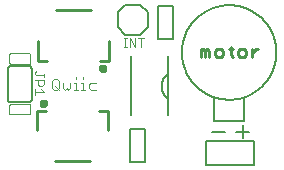
<source format=gbr>
G04 EAGLE Gerber RS-274X export*
G75*
%MOMM*%
%FSLAX34Y34*%
%LPD*%
%AMOC8*
5,1,8,0,0,1.08239X$1,22.5*%
G01*
%ADD10C,0.254000*%
%ADD11C,0.101600*%
%ADD12C,0.152400*%
%ADD13C,0.177800*%
%ADD14C,0.076200*%
%ADD15C,0.127000*%
%ADD16C,0.400000*%
%ADD17C,0.200000*%


D10*
X229072Y94384D02*
X229072Y101163D01*
X230767Y101163D01*
X232462Y99468D01*
X232462Y94384D01*
X232462Y99468D02*
X234156Y101163D01*
X235851Y99468D01*
X235851Y94384D01*
X242461Y94384D02*
X245850Y94384D01*
X247545Y96079D01*
X247545Y99468D01*
X245850Y101163D01*
X242461Y101163D01*
X240766Y99468D01*
X240766Y96079D01*
X242461Y94384D01*
X254155Y96079D02*
X254155Y102858D01*
X254155Y96079D02*
X255850Y94384D01*
X255850Y101163D02*
X252460Y101163D01*
X261951Y94384D02*
X265340Y94384D01*
X267035Y96079D01*
X267035Y99468D01*
X265340Y101163D01*
X261951Y101163D01*
X260256Y99468D01*
X260256Y96079D01*
X261951Y94384D01*
X271950Y94384D02*
X271950Y101163D01*
X271950Y97774D02*
X275339Y101163D01*
X277034Y101163D01*
D11*
X102694Y73961D02*
X102694Y67859D01*
X102694Y73961D02*
X104219Y75486D01*
X107270Y75486D01*
X108795Y73961D01*
X108795Y67859D01*
X107270Y66334D01*
X104219Y66334D01*
X102694Y67859D01*
X105745Y69385D02*
X108795Y66334D01*
X112049Y67859D02*
X112049Y72435D01*
X112049Y67859D02*
X113574Y66334D01*
X115100Y67859D01*
X116625Y66334D01*
X118150Y67859D01*
X118150Y72435D01*
X121404Y72435D02*
X122930Y72435D01*
X122930Y66334D01*
X124455Y66334D02*
X121404Y66334D01*
X122930Y75486D02*
X122930Y77011D01*
X127641Y72435D02*
X129166Y72435D01*
X129166Y66334D01*
X127641Y66334D02*
X130692Y66334D01*
X129166Y75486D02*
X129166Y77011D01*
X135403Y72435D02*
X139979Y72435D01*
X135403Y72435D02*
X133878Y70910D01*
X133878Y67859D01*
X135403Y66334D01*
X139979Y66334D01*
D12*
X212800Y98000D02*
X212812Y98982D01*
X212848Y99963D01*
X212908Y100943D01*
X212993Y101921D01*
X213101Y102896D01*
X213233Y103869D01*
X213389Y104838D01*
X213569Y105804D01*
X213772Y106764D01*
X213999Y107719D01*
X214249Y108669D01*
X214522Y109611D01*
X214819Y110547D01*
X215138Y111476D01*
X215480Y112396D01*
X215845Y113307D01*
X216232Y114210D01*
X216640Y115102D01*
X217071Y115984D01*
X217523Y116856D01*
X217997Y117716D01*
X218491Y118564D01*
X219006Y119400D01*
X219541Y120223D01*
X220097Y121032D01*
X220672Y121828D01*
X221266Y122609D01*
X221880Y123376D01*
X222512Y124127D01*
X223162Y124862D01*
X223830Y125582D01*
X224516Y126284D01*
X225218Y126970D01*
X225938Y127638D01*
X226673Y128288D01*
X227424Y128920D01*
X228191Y129534D01*
X228972Y130128D01*
X229768Y130703D01*
X230577Y131259D01*
X231400Y131794D01*
X232236Y132309D01*
X233084Y132803D01*
X233944Y133277D01*
X234816Y133729D01*
X235698Y134160D01*
X236590Y134568D01*
X237493Y134955D01*
X238404Y135320D01*
X239324Y135662D01*
X240253Y135981D01*
X241189Y136278D01*
X242131Y136551D01*
X243081Y136801D01*
X244036Y137028D01*
X244996Y137231D01*
X245962Y137411D01*
X246931Y137567D01*
X247904Y137699D01*
X248879Y137807D01*
X249857Y137892D01*
X250837Y137952D01*
X251818Y137988D01*
X252800Y138000D01*
X253782Y137988D01*
X254763Y137952D01*
X255743Y137892D01*
X256721Y137807D01*
X257696Y137699D01*
X258669Y137567D01*
X259638Y137411D01*
X260604Y137231D01*
X261564Y137028D01*
X262519Y136801D01*
X263469Y136551D01*
X264411Y136278D01*
X265347Y135981D01*
X266276Y135662D01*
X267196Y135320D01*
X268107Y134955D01*
X269010Y134568D01*
X269902Y134160D01*
X270784Y133729D01*
X271656Y133277D01*
X272516Y132803D01*
X273364Y132309D01*
X274200Y131794D01*
X275023Y131259D01*
X275832Y130703D01*
X276628Y130128D01*
X277409Y129534D01*
X278176Y128920D01*
X278927Y128288D01*
X279662Y127638D01*
X280382Y126970D01*
X281084Y126284D01*
X281770Y125582D01*
X282438Y124862D01*
X283088Y124127D01*
X283720Y123376D01*
X284334Y122609D01*
X284928Y121828D01*
X285503Y121032D01*
X286059Y120223D01*
X286594Y119400D01*
X287109Y118564D01*
X287603Y117716D01*
X288077Y116856D01*
X288529Y115984D01*
X288960Y115102D01*
X289368Y114210D01*
X289755Y113307D01*
X290120Y112396D01*
X290462Y111476D01*
X290781Y110547D01*
X291078Y109611D01*
X291351Y108669D01*
X291601Y107719D01*
X291828Y106764D01*
X292031Y105804D01*
X292211Y104838D01*
X292367Y103869D01*
X292499Y102896D01*
X292607Y101921D01*
X292692Y100943D01*
X292752Y99963D01*
X292788Y98982D01*
X292800Y98000D01*
X292788Y97018D01*
X292752Y96037D01*
X292692Y95057D01*
X292607Y94079D01*
X292499Y93104D01*
X292367Y92131D01*
X292211Y91162D01*
X292031Y90196D01*
X291828Y89236D01*
X291601Y88281D01*
X291351Y87331D01*
X291078Y86389D01*
X290781Y85453D01*
X290462Y84524D01*
X290120Y83604D01*
X289755Y82693D01*
X289368Y81790D01*
X288960Y80898D01*
X288529Y80016D01*
X288077Y79144D01*
X287603Y78284D01*
X287109Y77436D01*
X286594Y76600D01*
X286059Y75777D01*
X285503Y74968D01*
X284928Y74172D01*
X284334Y73391D01*
X283720Y72624D01*
X283088Y71873D01*
X282438Y71138D01*
X281770Y70418D01*
X281084Y69716D01*
X280382Y69030D01*
X279662Y68362D01*
X278927Y67712D01*
X278176Y67080D01*
X277409Y66466D01*
X276628Y65872D01*
X275832Y65297D01*
X275023Y64741D01*
X274200Y64206D01*
X273364Y63691D01*
X272516Y63197D01*
X271656Y62723D01*
X270784Y62271D01*
X269902Y61840D01*
X269010Y61432D01*
X268107Y61045D01*
X267196Y60680D01*
X266276Y60338D01*
X265347Y60019D01*
X264411Y59722D01*
X263469Y59449D01*
X262519Y59199D01*
X261564Y58972D01*
X260604Y58769D01*
X259638Y58589D01*
X258669Y58433D01*
X257696Y58301D01*
X256721Y58193D01*
X255743Y58108D01*
X254763Y58048D01*
X253782Y58012D01*
X252800Y58000D01*
X251818Y58012D01*
X250837Y58048D01*
X249857Y58108D01*
X248879Y58193D01*
X247904Y58301D01*
X246931Y58433D01*
X245962Y58589D01*
X244996Y58769D01*
X244036Y58972D01*
X243081Y59199D01*
X242131Y59449D01*
X241189Y59722D01*
X240253Y60019D01*
X239324Y60338D01*
X238404Y60680D01*
X237493Y61045D01*
X236590Y61432D01*
X235698Y61840D01*
X234816Y62271D01*
X233944Y62723D01*
X233084Y63197D01*
X232236Y63691D01*
X231400Y64206D01*
X230577Y64741D01*
X229768Y65297D01*
X228972Y65872D01*
X228191Y66466D01*
X227424Y67080D01*
X226673Y67712D01*
X225938Y68362D01*
X225218Y69030D01*
X224516Y69716D01*
X223830Y70418D01*
X223162Y71138D01*
X222512Y71873D01*
X221880Y72624D01*
X221266Y73391D01*
X220672Y74172D01*
X220097Y74968D01*
X219541Y75777D01*
X219006Y76600D01*
X218491Y77436D01*
X217997Y78284D01*
X217523Y79144D01*
X217071Y80016D01*
X216640Y80898D01*
X216232Y81790D01*
X215845Y82693D01*
X215480Y83604D01*
X215138Y84524D01*
X214819Y85453D01*
X214522Y86389D01*
X214249Y87331D01*
X213999Y88281D01*
X213772Y89236D01*
X213569Y90196D01*
X213389Y91162D01*
X213233Y92131D01*
X213101Y93104D01*
X212993Y94079D01*
X212908Y95057D01*
X212848Y96037D01*
X212812Y97018D01*
X212800Y98000D01*
X240300Y59944D02*
X240300Y40000D01*
X265300Y40000D01*
X265300Y59944D01*
D13*
X269630Y30995D02*
X258953Y30995D01*
X264292Y36333D02*
X264292Y25656D01*
X249310Y30995D02*
X238633Y30995D01*
D14*
X89494Y82169D02*
X88265Y80940D01*
X88265Y79712D01*
X89494Y78483D01*
X95637Y78483D01*
X95637Y79712D02*
X95637Y77254D01*
X95637Y74685D02*
X88265Y74685D01*
X95637Y74685D02*
X95637Y70999D01*
X94409Y69770D01*
X91951Y69770D01*
X90722Y70999D01*
X90722Y74685D01*
X93180Y67201D02*
X95637Y64743D01*
X88265Y64743D01*
X88265Y62286D02*
X88265Y67201D01*
X163449Y102997D02*
X165906Y102997D01*
X164678Y102997D02*
X164678Y110369D01*
X165906Y110369D02*
X163449Y110369D01*
X168438Y110369D02*
X168438Y102997D01*
X173353Y102997D02*
X168438Y110369D01*
X173353Y110369D02*
X173353Y102997D01*
X178380Y102997D02*
X178380Y110369D01*
X175923Y110369D02*
X180837Y110369D01*
D15*
X169216Y32950D02*
X169216Y5010D01*
X169216Y32950D02*
X181916Y32950D01*
X181916Y5010D01*
X169216Y5010D01*
X205090Y109014D02*
X205090Y136954D01*
X205090Y109014D02*
X192390Y109014D01*
X192390Y136954D01*
X205090Y136954D01*
D16*
X93946Y55000D02*
X93948Y55075D01*
X93954Y55149D01*
X93964Y55223D01*
X93977Y55296D01*
X93995Y55369D01*
X94016Y55440D01*
X94041Y55511D01*
X94070Y55580D01*
X94103Y55647D01*
X94139Y55712D01*
X94178Y55776D01*
X94220Y55837D01*
X94266Y55896D01*
X94315Y55953D01*
X94367Y56006D01*
X94421Y56057D01*
X94478Y56106D01*
X94538Y56150D01*
X94600Y56192D01*
X94664Y56231D01*
X94730Y56266D01*
X94797Y56297D01*
X94867Y56325D01*
X94937Y56349D01*
X95009Y56370D01*
X95082Y56386D01*
X95155Y56399D01*
X95230Y56408D01*
X95304Y56413D01*
X95379Y56414D01*
X95453Y56411D01*
X95528Y56404D01*
X95601Y56393D01*
X95675Y56379D01*
X95747Y56360D01*
X95818Y56338D01*
X95888Y56312D01*
X95957Y56282D01*
X96023Y56249D01*
X96088Y56212D01*
X96151Y56172D01*
X96212Y56128D01*
X96270Y56082D01*
X96326Y56032D01*
X96379Y55980D01*
X96430Y55925D01*
X96477Y55867D01*
X96521Y55807D01*
X96562Y55744D01*
X96600Y55680D01*
X96634Y55614D01*
X96665Y55545D01*
X96692Y55476D01*
X96715Y55405D01*
X96734Y55333D01*
X96750Y55260D01*
X96762Y55186D01*
X96770Y55112D01*
X96774Y55037D01*
X96774Y54963D01*
X96770Y54888D01*
X96762Y54814D01*
X96750Y54740D01*
X96734Y54667D01*
X96715Y54595D01*
X96692Y54524D01*
X96665Y54455D01*
X96634Y54386D01*
X96600Y54320D01*
X96562Y54256D01*
X96521Y54193D01*
X96477Y54133D01*
X96430Y54075D01*
X96379Y54020D01*
X96326Y53968D01*
X96270Y53918D01*
X96212Y53872D01*
X96151Y53828D01*
X96088Y53788D01*
X96023Y53751D01*
X95957Y53718D01*
X95888Y53688D01*
X95818Y53662D01*
X95747Y53640D01*
X95675Y53621D01*
X95601Y53607D01*
X95528Y53596D01*
X95453Y53589D01*
X95379Y53586D01*
X95304Y53587D01*
X95230Y53592D01*
X95155Y53601D01*
X95082Y53614D01*
X95009Y53630D01*
X94937Y53651D01*
X94867Y53675D01*
X94797Y53703D01*
X94730Y53734D01*
X94664Y53769D01*
X94600Y53808D01*
X94538Y53850D01*
X94478Y53894D01*
X94421Y53943D01*
X94367Y53994D01*
X94315Y54047D01*
X94266Y54104D01*
X94220Y54163D01*
X94178Y54224D01*
X94139Y54288D01*
X94103Y54353D01*
X94070Y54420D01*
X94041Y54489D01*
X94016Y54560D01*
X93995Y54631D01*
X93977Y54704D01*
X93964Y54777D01*
X93954Y54851D01*
X93948Y54925D01*
X93946Y55000D01*
D10*
X105360Y6000D02*
X135360Y6000D01*
X90360Y32000D02*
X90360Y48500D01*
X142860Y48500D02*
X150360Y48500D01*
X150360Y32000D01*
X97860Y48500D02*
X90360Y48500D01*
D16*
X144406Y84670D02*
X144408Y84745D01*
X144414Y84819D01*
X144424Y84893D01*
X144437Y84966D01*
X144455Y85039D01*
X144476Y85110D01*
X144501Y85181D01*
X144530Y85250D01*
X144563Y85317D01*
X144599Y85382D01*
X144638Y85446D01*
X144680Y85507D01*
X144726Y85566D01*
X144775Y85623D01*
X144827Y85676D01*
X144881Y85727D01*
X144938Y85776D01*
X144998Y85820D01*
X145060Y85862D01*
X145124Y85901D01*
X145190Y85936D01*
X145257Y85967D01*
X145327Y85995D01*
X145397Y86019D01*
X145469Y86040D01*
X145542Y86056D01*
X145615Y86069D01*
X145690Y86078D01*
X145764Y86083D01*
X145839Y86084D01*
X145913Y86081D01*
X145988Y86074D01*
X146061Y86063D01*
X146135Y86049D01*
X146207Y86030D01*
X146278Y86008D01*
X146348Y85982D01*
X146417Y85952D01*
X146483Y85919D01*
X146548Y85882D01*
X146611Y85842D01*
X146672Y85798D01*
X146730Y85752D01*
X146786Y85702D01*
X146839Y85650D01*
X146890Y85595D01*
X146937Y85537D01*
X146981Y85477D01*
X147022Y85414D01*
X147060Y85350D01*
X147094Y85284D01*
X147125Y85215D01*
X147152Y85146D01*
X147175Y85075D01*
X147194Y85003D01*
X147210Y84930D01*
X147222Y84856D01*
X147230Y84782D01*
X147234Y84707D01*
X147234Y84633D01*
X147230Y84558D01*
X147222Y84484D01*
X147210Y84410D01*
X147194Y84337D01*
X147175Y84265D01*
X147152Y84194D01*
X147125Y84125D01*
X147094Y84056D01*
X147060Y83990D01*
X147022Y83926D01*
X146981Y83863D01*
X146937Y83803D01*
X146890Y83745D01*
X146839Y83690D01*
X146786Y83638D01*
X146730Y83588D01*
X146672Y83542D01*
X146611Y83498D01*
X146548Y83458D01*
X146483Y83421D01*
X146417Y83388D01*
X146348Y83358D01*
X146278Y83332D01*
X146207Y83310D01*
X146135Y83291D01*
X146061Y83277D01*
X145988Y83266D01*
X145913Y83259D01*
X145839Y83256D01*
X145764Y83257D01*
X145690Y83262D01*
X145615Y83271D01*
X145542Y83284D01*
X145469Y83300D01*
X145397Y83321D01*
X145327Y83345D01*
X145257Y83373D01*
X145190Y83404D01*
X145124Y83439D01*
X145060Y83478D01*
X144998Y83520D01*
X144938Y83564D01*
X144881Y83613D01*
X144827Y83664D01*
X144775Y83717D01*
X144726Y83774D01*
X144680Y83833D01*
X144638Y83894D01*
X144599Y83958D01*
X144563Y84023D01*
X144530Y84090D01*
X144501Y84159D01*
X144476Y84230D01*
X144455Y84301D01*
X144437Y84374D01*
X144424Y84447D01*
X144414Y84521D01*
X144408Y84595D01*
X144406Y84670D01*
D10*
X135820Y133670D02*
X105820Y133670D01*
X150820Y107670D02*
X150820Y91170D01*
X98320Y91170D02*
X90820Y91170D01*
X90820Y107670D01*
X143320Y91170D02*
X150820Y91170D01*
D15*
X233496Y22860D02*
X274136Y22860D01*
X274136Y2540D01*
X233496Y2540D01*
X233496Y22860D01*
D12*
X85590Y58718D02*
X85590Y84118D01*
X67810Y86658D02*
X67710Y86656D01*
X67611Y86650D01*
X67511Y86640D01*
X67413Y86627D01*
X67314Y86609D01*
X67217Y86588D01*
X67121Y86563D01*
X67025Y86534D01*
X66931Y86501D01*
X66838Y86465D01*
X66747Y86425D01*
X66657Y86381D01*
X66569Y86334D01*
X66483Y86284D01*
X66399Y86230D01*
X66317Y86173D01*
X66238Y86113D01*
X66160Y86049D01*
X66086Y85983D01*
X66014Y85914D01*
X65945Y85842D01*
X65879Y85768D01*
X65815Y85690D01*
X65755Y85611D01*
X65698Y85529D01*
X65644Y85445D01*
X65594Y85359D01*
X65547Y85271D01*
X65503Y85181D01*
X65463Y85090D01*
X65427Y84997D01*
X65394Y84903D01*
X65365Y84807D01*
X65340Y84711D01*
X65319Y84614D01*
X65301Y84515D01*
X65288Y84417D01*
X65278Y84317D01*
X65272Y84218D01*
X65270Y84118D01*
X65270Y58718D02*
X65272Y58618D01*
X65278Y58519D01*
X65288Y58419D01*
X65301Y58321D01*
X65319Y58222D01*
X65340Y58125D01*
X65365Y58029D01*
X65394Y57933D01*
X65427Y57839D01*
X65463Y57746D01*
X65503Y57655D01*
X65547Y57565D01*
X65594Y57477D01*
X65644Y57391D01*
X65698Y57307D01*
X65755Y57225D01*
X65815Y57146D01*
X65879Y57068D01*
X65945Y56994D01*
X66014Y56922D01*
X66086Y56853D01*
X66160Y56787D01*
X66238Y56723D01*
X66317Y56663D01*
X66399Y56606D01*
X66483Y56552D01*
X66569Y56502D01*
X66657Y56455D01*
X66747Y56411D01*
X66838Y56371D01*
X66931Y56335D01*
X67025Y56302D01*
X67121Y56273D01*
X67217Y56248D01*
X67314Y56227D01*
X67413Y56209D01*
X67511Y56196D01*
X67611Y56186D01*
X67710Y56180D01*
X67810Y56178D01*
X83050Y56178D02*
X83150Y56180D01*
X83249Y56186D01*
X83349Y56196D01*
X83447Y56209D01*
X83546Y56227D01*
X83643Y56248D01*
X83739Y56273D01*
X83835Y56302D01*
X83929Y56335D01*
X84022Y56371D01*
X84113Y56411D01*
X84203Y56455D01*
X84291Y56502D01*
X84377Y56552D01*
X84461Y56606D01*
X84543Y56663D01*
X84622Y56723D01*
X84700Y56787D01*
X84774Y56853D01*
X84846Y56922D01*
X84915Y56994D01*
X84981Y57068D01*
X85045Y57146D01*
X85105Y57225D01*
X85162Y57307D01*
X85216Y57391D01*
X85266Y57477D01*
X85313Y57565D01*
X85357Y57655D01*
X85397Y57746D01*
X85433Y57839D01*
X85466Y57933D01*
X85495Y58029D01*
X85520Y58125D01*
X85541Y58222D01*
X85559Y58321D01*
X85572Y58419D01*
X85582Y58519D01*
X85588Y58618D01*
X85590Y58718D01*
X85590Y84118D02*
X85588Y84218D01*
X85582Y84317D01*
X85572Y84417D01*
X85559Y84515D01*
X85541Y84614D01*
X85520Y84711D01*
X85495Y84807D01*
X85466Y84903D01*
X85433Y84997D01*
X85397Y85090D01*
X85357Y85181D01*
X85313Y85271D01*
X85266Y85359D01*
X85216Y85445D01*
X85162Y85529D01*
X85105Y85611D01*
X85045Y85690D01*
X84981Y85768D01*
X84915Y85842D01*
X84846Y85914D01*
X84774Y85983D01*
X84700Y86049D01*
X84622Y86113D01*
X84543Y86173D01*
X84461Y86230D01*
X84377Y86284D01*
X84291Y86334D01*
X84203Y86381D01*
X84113Y86425D01*
X84022Y86465D01*
X83929Y86501D01*
X83835Y86534D01*
X83739Y86563D01*
X83643Y86588D01*
X83546Y86609D01*
X83447Y86627D01*
X83349Y86640D01*
X83249Y86650D01*
X83150Y86656D01*
X83050Y86658D01*
X67810Y86658D01*
X67810Y56178D02*
X83050Y56178D01*
X65270Y58718D02*
X65270Y84118D01*
D14*
X83050Y97309D02*
X83119Y97307D01*
X83187Y97302D01*
X83255Y97292D01*
X83323Y97279D01*
X83390Y97263D01*
X83456Y97243D01*
X83520Y97219D01*
X83583Y97192D01*
X83645Y97161D01*
X83705Y97127D01*
X83763Y97090D01*
X83819Y97050D01*
X83872Y97007D01*
X83923Y96961D01*
X83972Y96912D01*
X84018Y96861D01*
X84061Y96808D01*
X84101Y96752D01*
X84138Y96694D01*
X84172Y96634D01*
X84203Y96572D01*
X84230Y96509D01*
X84254Y96445D01*
X84274Y96379D01*
X84290Y96312D01*
X84303Y96244D01*
X84313Y96176D01*
X84318Y96108D01*
X84320Y96039D01*
X84320Y89689D01*
X84318Y89620D01*
X84313Y89552D01*
X84303Y89484D01*
X84290Y89416D01*
X84274Y89349D01*
X84254Y89283D01*
X84230Y89219D01*
X84203Y89156D01*
X84172Y89094D01*
X84138Y89034D01*
X84101Y88976D01*
X84061Y88920D01*
X84018Y88867D01*
X83972Y88816D01*
X83923Y88767D01*
X83872Y88721D01*
X83819Y88678D01*
X83763Y88638D01*
X83705Y88601D01*
X83645Y88567D01*
X83583Y88536D01*
X83520Y88509D01*
X83456Y88485D01*
X83390Y88465D01*
X83323Y88449D01*
X83255Y88436D01*
X83187Y88426D01*
X83119Y88421D01*
X83050Y88419D01*
X67810Y88419D01*
X67741Y88421D01*
X67673Y88426D01*
X67605Y88436D01*
X67537Y88449D01*
X67470Y88465D01*
X67404Y88485D01*
X67340Y88509D01*
X67277Y88536D01*
X67215Y88567D01*
X67155Y88601D01*
X67097Y88638D01*
X67041Y88678D01*
X66988Y88721D01*
X66937Y88767D01*
X66888Y88816D01*
X66842Y88867D01*
X66799Y88920D01*
X66759Y88976D01*
X66722Y89034D01*
X66688Y89094D01*
X66657Y89156D01*
X66630Y89219D01*
X66606Y89283D01*
X66586Y89349D01*
X66570Y89416D01*
X66557Y89484D01*
X66547Y89552D01*
X66542Y89620D01*
X66540Y89689D01*
X66540Y96039D01*
X66542Y96108D01*
X66547Y96176D01*
X66557Y96244D01*
X66570Y96312D01*
X66586Y96379D01*
X66606Y96445D01*
X66630Y96509D01*
X66657Y96572D01*
X66688Y96634D01*
X66722Y96694D01*
X66759Y96752D01*
X66799Y96808D01*
X66842Y96861D01*
X66888Y96912D01*
X66937Y96961D01*
X66988Y97007D01*
X67041Y97050D01*
X67097Y97090D01*
X67155Y97127D01*
X67215Y97161D01*
X67277Y97192D01*
X67340Y97219D01*
X67404Y97243D01*
X67470Y97263D01*
X67537Y97279D01*
X67605Y97292D01*
X67673Y97302D01*
X67741Y97307D01*
X67810Y97309D01*
X83050Y97309D01*
X83120Y54403D02*
X83189Y54401D01*
X83257Y54396D01*
X83325Y54386D01*
X83393Y54373D01*
X83460Y54357D01*
X83526Y54337D01*
X83590Y54313D01*
X83653Y54286D01*
X83715Y54255D01*
X83775Y54221D01*
X83833Y54184D01*
X83889Y54144D01*
X83942Y54101D01*
X83993Y54055D01*
X84042Y54006D01*
X84088Y53955D01*
X84131Y53902D01*
X84171Y53846D01*
X84208Y53788D01*
X84242Y53728D01*
X84273Y53666D01*
X84300Y53603D01*
X84324Y53539D01*
X84344Y53473D01*
X84360Y53406D01*
X84373Y53338D01*
X84383Y53270D01*
X84388Y53202D01*
X84390Y53133D01*
X84390Y46783D01*
X84388Y46714D01*
X84383Y46646D01*
X84373Y46578D01*
X84360Y46510D01*
X84344Y46443D01*
X84324Y46377D01*
X84300Y46313D01*
X84273Y46250D01*
X84242Y46188D01*
X84208Y46128D01*
X84171Y46070D01*
X84131Y46014D01*
X84088Y45961D01*
X84042Y45910D01*
X83993Y45861D01*
X83942Y45815D01*
X83889Y45772D01*
X83833Y45732D01*
X83775Y45695D01*
X83715Y45661D01*
X83653Y45630D01*
X83590Y45603D01*
X83526Y45579D01*
X83460Y45559D01*
X83393Y45543D01*
X83325Y45530D01*
X83257Y45520D01*
X83189Y45515D01*
X83120Y45513D01*
X67880Y45513D01*
X67811Y45515D01*
X67743Y45520D01*
X67675Y45530D01*
X67607Y45543D01*
X67540Y45559D01*
X67474Y45579D01*
X67410Y45603D01*
X67347Y45630D01*
X67285Y45661D01*
X67225Y45695D01*
X67167Y45732D01*
X67111Y45772D01*
X67058Y45815D01*
X67007Y45861D01*
X66958Y45910D01*
X66912Y45961D01*
X66869Y46014D01*
X66829Y46070D01*
X66792Y46128D01*
X66758Y46188D01*
X66727Y46250D01*
X66700Y46313D01*
X66676Y46377D01*
X66656Y46443D01*
X66640Y46510D01*
X66627Y46578D01*
X66617Y46646D01*
X66612Y46714D01*
X66610Y46783D01*
X66610Y53133D01*
X66612Y53202D01*
X66617Y53270D01*
X66627Y53338D01*
X66640Y53406D01*
X66656Y53473D01*
X66676Y53539D01*
X66700Y53603D01*
X66727Y53666D01*
X66758Y53728D01*
X66792Y53788D01*
X66829Y53846D01*
X66869Y53902D01*
X66912Y53955D01*
X66958Y54006D01*
X67007Y54055D01*
X67058Y54101D01*
X67111Y54144D01*
X67167Y54184D01*
X67225Y54221D01*
X67285Y54255D01*
X67347Y54286D01*
X67410Y54313D01*
X67474Y54337D01*
X67540Y54357D01*
X67607Y54373D01*
X67675Y54386D01*
X67743Y54396D01*
X67811Y54401D01*
X67880Y54403D01*
X83120Y54403D01*
D17*
X170056Y44640D02*
X170056Y94640D01*
X201056Y94640D02*
X201056Y44640D01*
X200556Y59640D02*
X200314Y59826D01*
X200077Y60018D01*
X199845Y60215D01*
X199617Y60419D01*
X199395Y60627D01*
X199177Y60841D01*
X198965Y61060D01*
X198759Y61285D01*
X198558Y61514D01*
X198362Y61748D01*
X198172Y61987D01*
X197989Y62231D01*
X197811Y62479D01*
X197639Y62731D01*
X197474Y62987D01*
X197314Y63247D01*
X197162Y63511D01*
X197015Y63779D01*
X196876Y64050D01*
X196743Y64324D01*
X196616Y64602D01*
X196497Y64883D01*
X196384Y65166D01*
X196278Y65452D01*
X196180Y65741D01*
X196088Y66032D01*
X196004Y66325D01*
X195926Y66620D01*
X195856Y66917D01*
X195793Y67215D01*
X195738Y67515D01*
X195690Y67816D01*
X195649Y68119D01*
X195616Y68422D01*
X195589Y68726D01*
X195571Y69030D01*
X195560Y69335D01*
X195556Y69640D01*
X195560Y69945D01*
X195571Y70250D01*
X195589Y70554D01*
X195616Y70858D01*
X195649Y71161D01*
X195690Y71464D01*
X195738Y71765D01*
X195793Y72065D01*
X195856Y72363D01*
X195926Y72660D01*
X196004Y72955D01*
X196088Y73248D01*
X196180Y73539D01*
X196278Y73828D01*
X196384Y74114D01*
X196497Y74397D01*
X196616Y74678D01*
X196743Y74956D01*
X196876Y75230D01*
X197015Y75501D01*
X197162Y75769D01*
X197314Y76033D01*
X197474Y76293D01*
X197639Y76549D01*
X197811Y76801D01*
X197989Y77049D01*
X198172Y77293D01*
X198362Y77532D01*
X198558Y77766D01*
X198759Y77995D01*
X198965Y78220D01*
X199177Y78439D01*
X199395Y78653D01*
X199617Y78861D01*
X199845Y79065D01*
X200077Y79262D01*
X200314Y79454D01*
X200556Y79640D01*
D12*
X177388Y138214D02*
X164688Y138214D01*
X177388Y138214D02*
X183738Y131864D01*
X183738Y119164D01*
X177388Y112814D01*
X158338Y119164D02*
X158338Y131864D01*
X164688Y138214D01*
X158338Y119164D02*
X164688Y112814D01*
X177388Y112814D01*
M02*

</source>
